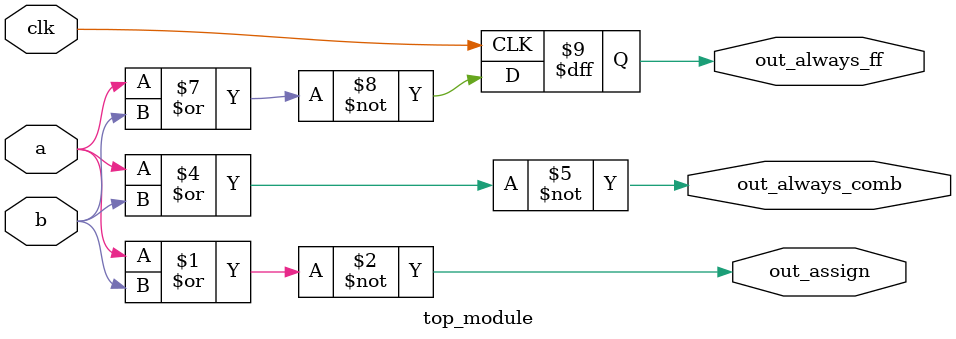
<source format=v>
module top_module(
    input clk,
    input a,
    input b,
    output wire out_assign,
    output reg out_always_comb,
    output reg out_always_ff   );

assign out_assign = ~(a | b);

always @(*) begin
    out_always_comb = ~(a | b);
end

always @(posedge clk) begin
    out_always_ff <= ~(a | b);
end

endmodule



</source>
